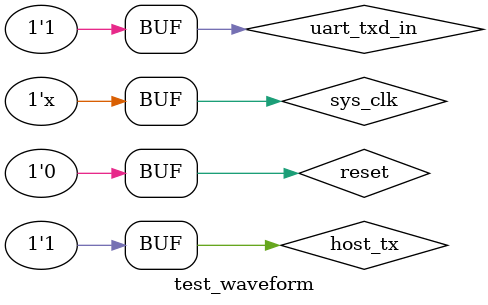
<source format=v>
`timescale 1ns / 1ps

module test_waveform;

reg sys_clk;

reg trigger_in;

reg reset;

reg [1:0] btn;
reg [7:0] gpio;
wire uart_txd_in;
wire uart_rxd_out;
wire [1:0] led;
wire [2:0] rgb;
wire power_out;
wire glitch_out;
waveform_generator uut (
    .sys_clk(sys_clk),
    .led(led),
    .rgb(rgb),
    .btn(btn),
    .gpio(gpio),
    .uart_txd_in(uart_txd_in),
    .uart_rxd_out(uart_rxd_out),
    .trigger_in(trigger_in),
    .power_out(power_out),
    .glitch_out(glitch_out)
);

//reg tx_enable = 1'd0;
//reg [7:0] tx_data = 8'd0;
//wire tx_ready;
//uart_tx tx1(
//    .clk(sys_clk),
//    .reset(reset),
//    .data(tx_data),
//    .enable(tx_enable),
//    .tx(uart_txd_in),
//    .ready(tx_ready)
//);

//// Main UART receiver
//wire [7:0] rx_data;
//wire rx_valid;
//uart_rx rx1(
//    .clk(sys_clk),
//    .reset(reset),
//    .data(rx_data),
//    .rx(uart_rxd_out),
//    .valid(rx_valid)
//);

//// Receiver for receiving uint32 via serial
//reg u32_tx_enable = 1'd0;
//wire u32_tx_valid;
//wire uart_tx_enable;
//wire [7:0] u32_uart_tx_data;
//reg [31:0] u32_tx_data;
//uint32_transmitter u32_tx(
//    .clk(sys_clk),
//    .reset(reset),
//    .u32_tx_enable(u32_tx_enable),
//    .uart_ready(tx_ready),
//    .data(u32_tx_data),
//    .uart_data(u32_uart_tx_data),
//    .uart_tx_enable(uart_tx_enable),
//    .ready(ready)
//);

//reg trigger_enable;
//reg [31:0] trigger_length;
//wire [7:0] counter_out_wire;
//reg trigger_reset = 1'b0;
//wire [1:0] glitch_trigger_state;
//wire [31:0] sleep_counter; 

reg host_tx = 1'b1;
assign uart_txd_in = host_tx;

initial 
begin
   sys_clk <= 1'b0;
   reset <= 1'b0;
end


// Generate 100MHz clock
always
begin
    #5 sys_clk <= ~sys_clk;
end

//always
//begin
//    tx_enable <= uart_tx_enable;
//    tx_data <= u32_uart_tx_data;
//end



initial 
begin
    reset <= 1'b1;
    #10 reset <= 1'b0;
end
 
endmodule

</source>
